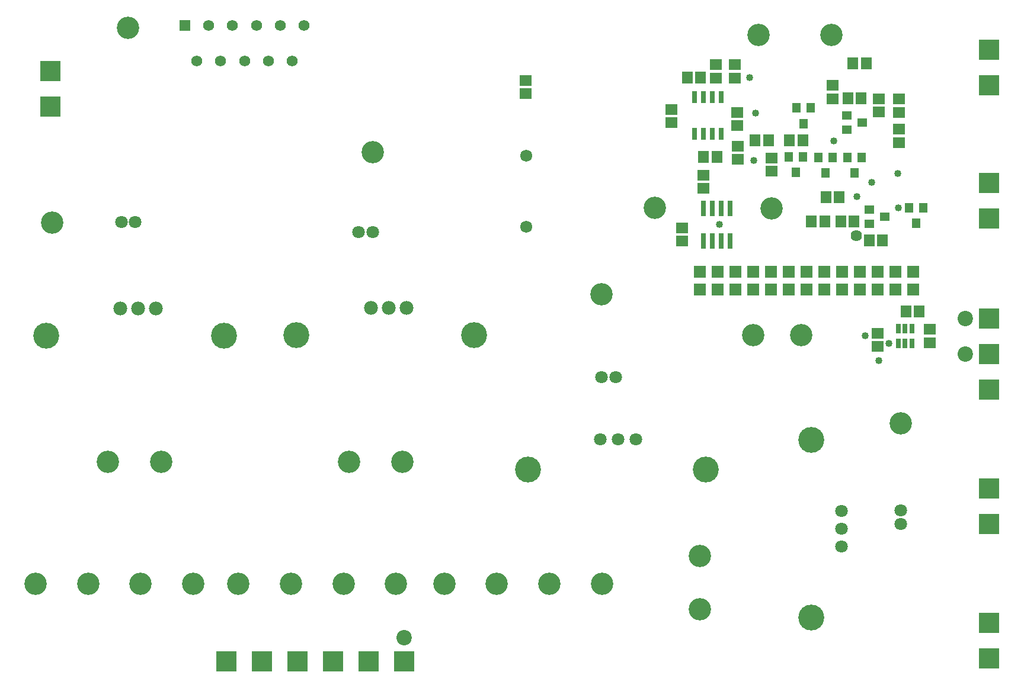
<source format=gbr>
%FSLAX23Y23*%
%MOIN*%
G04 EasyPC Gerber Version 17.0 Build 3379 *
%ADD130R,0.02787X0.05387*%
%ADD133R,0.02987X0.07087*%
%ADD131R,0.02987X0.08587*%
%ADD132R,0.04787X0.05587*%
%ADD107R,0.05887X0.06787*%
%ADD114R,0.06187X0.06187*%
%ADD112R,0.06787X0.06787*%
%ADD105R,0.11811X0.11811*%
%ADD103C,0.03987*%
%ADD115C,0.06187*%
%ADD123C,0.06387*%
%ADD117C,0.06787*%
%ADD111C,0.07087*%
%ADD109C,0.07087*%
%ADD108C,0.07787*%
%ADD106C,0.08661*%
%ADD104C,0.12598*%
%ADD118C,0.14567*%
%ADD122R,0.05587X0.04787*%
%ADD110R,0.06787X0.05887*%
X0Y0D02*
D02*
D103*
X4083Y2737D03*
X4255Y3563D03*
X4279Y3098D03*
X4287Y3366D03*
X4728Y3208D03*
X4858Y2893D03*
X4905Y2112D03*
X4940Y2976D03*
X4980Y1970D03*
X5039Y2067D03*
X5088Y3023D03*
X5090Y2830D03*
D02*
D104*
X238Y714D03*
X330Y2748D03*
X533Y714D03*
X645Y1401D03*
X759Y3846D03*
X828Y714D03*
X945Y1401D03*
X1124Y714D03*
X1379D03*
X1675D03*
X1970D03*
X2000Y1401D03*
X2133Y3145D03*
X2265Y714D03*
X2300Y1401D03*
X2537Y714D03*
X2832D03*
X3127D03*
X3421Y2346D03*
X3423Y714D03*
X3720Y2830D03*
X3976Y570D03*
Y870D03*
X4275Y2114D03*
X4303Y3805D03*
X4377Y2829D03*
X4543Y2114D03*
X4716Y3805D03*
X5106Y1617D03*
D02*
D105*
X322Y3402D03*
Y3602D03*
X1311Y279D03*
X1511D03*
X1711D03*
X1911D03*
X2111D03*
X2311D03*
X5601Y1052D03*
Y1252D03*
Y1808D03*
Y2008D03*
Y2208D03*
Y2772D03*
Y2972D03*
X5602Y296D03*
Y496D03*
Y3520D03*
Y3720D03*
D02*
D106*
X2311Y411D03*
X5469Y2008D03*
X5469Y2208D03*
D02*
D107*
X3904Y3566D03*
X3979D03*
X3996Y3117D03*
X4071D03*
X4285Y3212D03*
X4360D03*
X4478D03*
X4553D03*
X4602Y2754D03*
X4677D03*
X4684Y2892D03*
X4759D03*
X4767Y2754D03*
X4807Y3448D03*
X4835Y3643D03*
X4842Y2754D03*
X4882Y3448D03*
X4910Y3643D03*
X4927Y2649D03*
X5002D03*
X5133Y2248D03*
X5208D03*
D02*
D108*
X715Y2263D03*
X814D03*
X914D03*
X2124Y2267D03*
X2224D03*
X2324D03*
D02*
D109*
X3414Y1527D03*
X3514D03*
X3614D03*
X4771Y925D03*
Y1025D03*
Y1125D03*
D02*
D110*
X2996Y3474D03*
Y3549D03*
X3816Y3310D03*
Y3385D03*
X3876Y2643D03*
Y2718D03*
X3995Y2941D03*
Y3016D03*
X4064Y3562D03*
Y3637D03*
X4171Y3562D03*
Y3637D03*
X4186Y3294D03*
Y3369D03*
X4187Y3103D03*
Y3178D03*
X4377Y3037D03*
Y3112D03*
X4720Y3446D03*
Y3521D03*
X4973Y2051D03*
Y2126D03*
X4982Y3370D03*
Y3445D03*
X5094Y3198D03*
Y3273D03*
Y3368D03*
Y3443D03*
X5267Y2072D03*
Y2147D03*
D02*
D111*
X720Y2750D03*
X799D03*
X2055Y2696D03*
X2133D03*
X3421Y1878D03*
X3500D03*
X5104Y1051D03*
Y1129D03*
D02*
D112*
X3973Y2372D03*
Y2472D03*
X4073Y2372D03*
Y2472D03*
X4173Y2372D03*
Y2472D03*
X4273Y2372D03*
Y2472D03*
X4373Y2372D03*
Y2472D03*
X4473Y2372D03*
Y2472D03*
X4573Y2372D03*
Y2472D03*
X4673Y2372D03*
Y2472D03*
X4773Y2372D03*
Y2472D03*
X4873Y2372D03*
Y2472D03*
X4973Y2372D03*
Y2472D03*
X5073Y2372D03*
Y2472D03*
X5173Y2372D03*
Y2472D03*
D02*
D114*
X1078Y3859D03*
D02*
D115*
X1145Y3659D03*
X1212Y3859D03*
X1279Y3659D03*
X1346Y3859D03*
X1413Y3659D03*
X1480Y3859D03*
X1547Y3659D03*
X1614Y3859D03*
X1681Y3659D03*
X1748Y3859D03*
D02*
D117*
X2997Y2723D03*
Y3123D03*
D02*
D118*
X299Y2110D03*
X1299D03*
X1704Y2114D03*
X2704D03*
X3007Y1358D03*
X4007D03*
X4602Y523D03*
Y1523D03*
D02*
D122*
X4801Y3271D03*
Y3351D03*
X4888Y3311D03*
X4927Y2742D03*
Y2822D03*
X5014Y2782D03*
D02*
D123*
X4854Y2673D03*
D02*
D130*
X5092Y2068D03*
Y2152D03*
X5129Y2068D03*
Y2152D03*
X5167Y2068D03*
Y2152D03*
D02*
D131*
X3995Y2643D03*
Y2829D03*
X4045Y2643D03*
Y2829D03*
X4095Y2643D03*
Y2829D03*
X4145Y2643D03*
Y2829D03*
D02*
D132*
X4475Y3117D03*
X4515Y3030D03*
X4517Y3393D03*
X4555Y3117D03*
X4557Y3306D03*
X4597Y3393D03*
X4641Y3114D03*
X4681Y3027D03*
X4721Y3114D03*
X4806D03*
X4846Y3027D03*
X4886Y3114D03*
X5152Y2830D03*
X5192Y2743D03*
X5232Y2830D03*
D02*
D133*
X3945Y3247D03*
Y3456D03*
X3995Y3247D03*
Y3456D03*
X4045Y3247D03*
Y3456D03*
X4095Y3247D03*
Y3456D03*
X0Y0D02*
M02*

</source>
